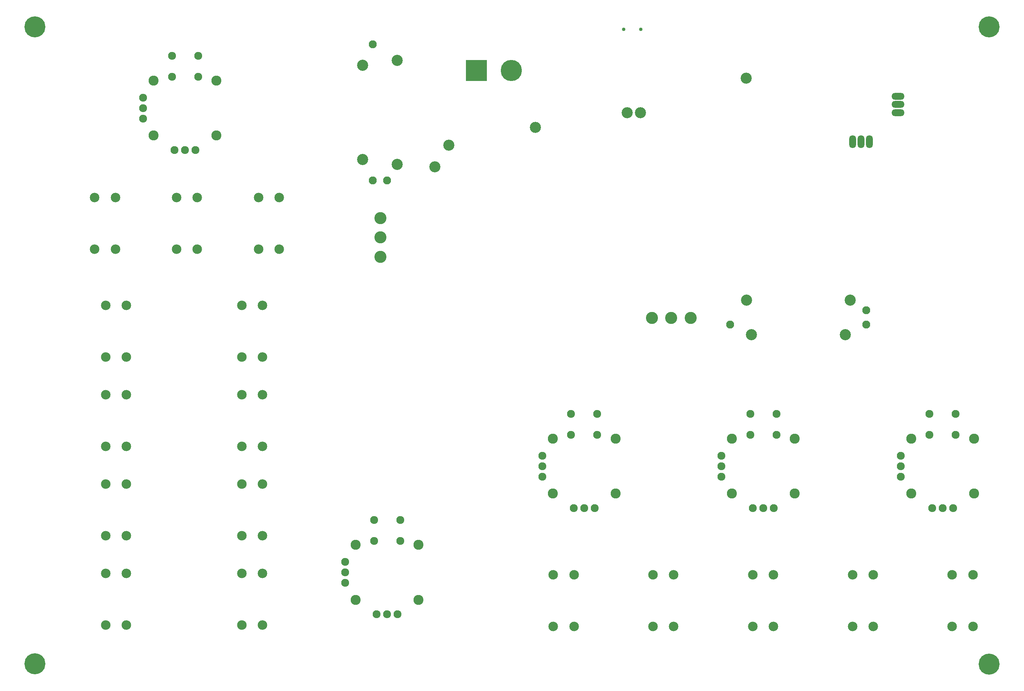
<source format=gbs>
G04*
G04 #@! TF.GenerationSoftware,Altium Limited,Altium Designer,20.1.11 (218)*
G04*
G04 Layer_Color=16711935*
%FSLAX25Y25*%
%MOIN*%
G70*
G04*
G04 #@! TF.SameCoordinates,A32AA641-9BD5-4A0C-9211-EA825F98DF86*
G04*
G04*
G04 #@! TF.FilePolarity,Negative*
G04*
G01*
G75*
%ADD43C,0.10630*%
%ADD44C,0.07677*%
%ADD45C,0.07591*%
%ADD46C,0.09591*%
%ADD47C,0.09091*%
%ADD48C,0.11516*%
%ADD49O,0.06497X0.12403*%
%ADD50O,0.12403X0.06497*%
%ADD51C,0.20079*%
%ADD52C,0.10591*%
%ADD53C,0.20276*%
%ADD54R,0.20276X0.20276*%
%ADD55C,0.03347*%
D43*
X702520Y369571D02*
D03*
X707244Y336500D02*
D03*
X797008D02*
D03*
X801732Y369571D02*
D03*
X369071Y598488D02*
D03*
X336000Y593764D02*
D03*
Y504000D02*
D03*
X369071Y499276D02*
D03*
D44*
X687165Y346146D02*
D03*
X817087Y359925D02*
D03*
Y346146D02*
D03*
X345646Y613842D02*
D03*
X359425Y483921D02*
D03*
X345646D02*
D03*
D45*
X507667Y201000D02*
D03*
Y211000D02*
D03*
Y221000D02*
D03*
X557667Y171000D02*
D03*
X547667D02*
D03*
X537667D02*
D03*
X560167Y241000D02*
D03*
X535167D02*
D03*
X560167Y261000D02*
D03*
X535167D02*
D03*
X706333D02*
D03*
X731333D02*
D03*
X706333Y241000D02*
D03*
X731333D02*
D03*
X708833Y171000D02*
D03*
X718833D02*
D03*
X728833D02*
D03*
X678833Y221000D02*
D03*
Y211000D02*
D03*
Y201000D02*
D03*
X877500Y261000D02*
D03*
X902500D02*
D03*
X877500Y241000D02*
D03*
X902500D02*
D03*
X880000Y171000D02*
D03*
X890000D02*
D03*
X900000D02*
D03*
X850000Y221000D02*
D03*
Y211000D02*
D03*
Y201000D02*
D03*
X347000Y159500D02*
D03*
X372000D02*
D03*
X347000Y139500D02*
D03*
X372000D02*
D03*
X349500Y69500D02*
D03*
X359500D02*
D03*
X369500D02*
D03*
X319500Y119500D02*
D03*
Y109500D02*
D03*
Y99500D02*
D03*
X126500Y543000D02*
D03*
Y553000D02*
D03*
Y563000D02*
D03*
X176500Y513000D02*
D03*
X166500D02*
D03*
X156500D02*
D03*
X179000Y583000D02*
D03*
X154000D02*
D03*
X179000Y603000D02*
D03*
X154000D02*
D03*
D46*
X577667Y237250D02*
D03*
Y184750D02*
D03*
X517667D02*
D03*
Y237250D02*
D03*
X688833D02*
D03*
Y184750D02*
D03*
X748833D02*
D03*
Y237250D02*
D03*
X860000D02*
D03*
Y184750D02*
D03*
X920000D02*
D03*
Y237250D02*
D03*
X329500Y135750D02*
D03*
Y83250D02*
D03*
X389500D02*
D03*
Y135750D02*
D03*
X196500Y579250D02*
D03*
Y526750D02*
D03*
X136500D02*
D03*
Y579250D02*
D03*
D47*
X90657Y144727D02*
D03*
X110343D02*
D03*
Y193939D02*
D03*
X90657D02*
D03*
X899157Y57894D02*
D03*
X918843D02*
D03*
Y107106D02*
D03*
X899157D02*
D03*
X803907Y57894D02*
D03*
X823593D02*
D03*
Y107106D02*
D03*
X803907D02*
D03*
X708657Y57894D02*
D03*
X728343D02*
D03*
Y107106D02*
D03*
X708657D02*
D03*
X613407Y57894D02*
D03*
X633093D02*
D03*
Y107106D02*
D03*
X613407D02*
D03*
X518157Y57894D02*
D03*
X537843D02*
D03*
Y107106D02*
D03*
X518157D02*
D03*
X90657Y279273D02*
D03*
X110343D02*
D03*
Y230061D02*
D03*
X90657D02*
D03*
X220657Y108606D02*
D03*
X240343D02*
D03*
Y59394D02*
D03*
X220657D02*
D03*
X90657Y364606D02*
D03*
X110343D02*
D03*
Y315394D02*
D03*
X90657D02*
D03*
X220657Y193939D02*
D03*
X240343D02*
D03*
Y144727D02*
D03*
X220657D02*
D03*
Y364606D02*
D03*
X240343D02*
D03*
Y315394D02*
D03*
X220657D02*
D03*
X90657Y108606D02*
D03*
X110343D02*
D03*
Y59394D02*
D03*
X90657D02*
D03*
X220657Y279273D02*
D03*
X240343D02*
D03*
Y230061D02*
D03*
X220657D02*
D03*
X80157Y467606D02*
D03*
X99843D02*
D03*
Y418394D02*
D03*
X80157D02*
D03*
X158407Y467606D02*
D03*
X178093D02*
D03*
Y418394D02*
D03*
X158407D02*
D03*
X236657Y467606D02*
D03*
X256343D02*
D03*
Y418394D02*
D03*
X236657D02*
D03*
D48*
X353000Y448004D02*
D03*
Y429500D02*
D03*
Y410996D02*
D03*
X649248Y352500D02*
D03*
X630744D02*
D03*
X612240D02*
D03*
D49*
X804126Y521067D02*
D03*
X819874D02*
D03*
X812000D02*
D03*
D50*
X847433Y548626D02*
D03*
Y564374D02*
D03*
Y556500D02*
D03*
D51*
X23000Y630600D02*
D03*
X934500Y22000D02*
D03*
X23000Y22200D02*
D03*
X934500Y630600D02*
D03*
D52*
X588700Y548500D02*
D03*
X601500Y548600D02*
D03*
X702500Y581500D02*
D03*
X405000Y497000D02*
D03*
X418500Y517500D02*
D03*
X501000Y534500D02*
D03*
D53*
X478000Y589000D02*
D03*
D54*
X444535D02*
D03*
D55*
X601800Y628308D02*
D03*
X585461D02*
D03*
M02*

</source>
